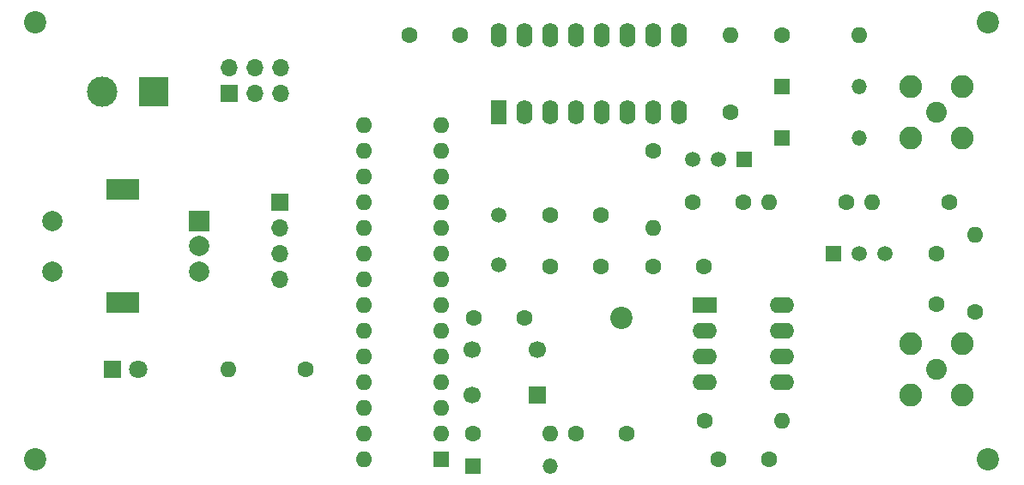
<source format=gbr>
%TF.GenerationSoftware,KiCad,Pcbnew,(6.0.6)*%
%TF.CreationDate,2022-10-04T18:50:56+01:00*%
%TF.ProjectId,VideoTrigger,56696465-6f54-4726-9967-6765722e6b69,rev?*%
%TF.SameCoordinates,Original*%
%TF.FileFunction,Soldermask,Top*%
%TF.FilePolarity,Negative*%
%FSLAX46Y46*%
G04 Gerber Fmt 4.6, Leading zero omitted, Abs format (unit mm)*
G04 Created by KiCad (PCBNEW (6.0.6)) date 2022-10-04 18:50:56*
%MOMM*%
%LPD*%
G01*
G04 APERTURE LIST*
%ADD10C,2.200000*%
%ADD11R,1.500000X1.500000*%
%ADD12C,1.500000*%
%ADD13R,3.000000X3.000000*%
%ADD14C,3.000000*%
%ADD15R,1.600000X1.600000*%
%ADD16O,1.600000X1.600000*%
%ADD17O,1.700000X1.700000*%
%ADD18R,1.700000X1.700000*%
%ADD19C,2.050000*%
%ADD20C,2.250000*%
%ADD21R,1.600000X2.400000*%
%ADD22O,1.600000X2.400000*%
%ADD23R,2.400000X1.600000*%
%ADD24O,2.400000X1.600000*%
%ADD25R,2.000000X2.000000*%
%ADD26C,2.000000*%
%ADD27R,3.200000X2.000000*%
%ADD28C,1.700000*%
%ADD29C,1.600000*%
%ADD30O,1.500000X1.500000*%
%ADD31R,1.800000X1.800000*%
%ADD32C,1.800000*%
G04 APERTURE END LIST*
D10*
%TO.C,REF\u002A\u002A*%
X169545000Y-144780000D03*
%TD*%
%TO.C,REF\u002A\u002A*%
X205740000Y-115570000D03*
%TD*%
%TO.C,REF\u002A\u002A*%
X205740000Y-158750000D03*
%TD*%
%TO.C,REF\u002A\u002A*%
X111760000Y-158750000D03*
%TD*%
%TO.C,REF\u002A\u002A*%
X111760000Y-115570000D03*
%TD*%
D11*
%TO.C,Q2*%
X181620000Y-129090000D03*
D12*
X179080000Y-129090000D03*
X176540000Y-129090000D03*
%TD*%
D11*
%TO.C,Q1*%
X190500000Y-138430000D03*
D12*
X193040000Y-138430000D03*
X195580000Y-138430000D03*
%TD*%
D13*
%TO.C,J3*%
X123444000Y-122428000D03*
D14*
X118364000Y-122428000D03*
%TD*%
D15*
%TO.C,U1*%
X151765000Y-158750000D03*
D16*
X151765000Y-156210000D03*
X151765000Y-153670000D03*
X151765000Y-151130000D03*
X151765000Y-148590000D03*
X151765000Y-146050000D03*
X151765000Y-143510000D03*
X151765000Y-140970000D03*
X151765000Y-138430000D03*
X151765000Y-135890000D03*
X151765000Y-133350000D03*
X151765000Y-130810000D03*
X151765000Y-128270000D03*
X151765000Y-125730000D03*
X144145000Y-125730000D03*
X144145000Y-128270000D03*
X144145000Y-130810000D03*
X144145000Y-133350000D03*
X144145000Y-135890000D03*
X144145000Y-138430000D03*
X144145000Y-140970000D03*
X144145000Y-143510000D03*
X144145000Y-146050000D03*
X144145000Y-148590000D03*
X144145000Y-151130000D03*
X144145000Y-153670000D03*
X144145000Y-156210000D03*
X144145000Y-158750000D03*
%TD*%
D12*
%TO.C,Y1*%
X157480000Y-134620000D03*
X157480000Y-139500000D03*
%TD*%
D17*
%TO.C,U4*%
X135890000Y-140970000D03*
X135890000Y-138430000D03*
X135890000Y-135890000D03*
D18*
X135890000Y-133350000D03*
%TD*%
D19*
%TO.C,J5*%
X200660000Y-124460000D03*
D20*
X203200000Y-127000000D03*
X198120000Y-127000000D03*
X198120000Y-121920000D03*
X203200000Y-121920000D03*
%TD*%
%TO.C,J1*%
X198120000Y-147320000D03*
X198120000Y-152400000D03*
X203200000Y-152400000D03*
X203200000Y-147320000D03*
D19*
X200660000Y-149860000D03*
%TD*%
D21*
%TO.C,U3*%
X157480000Y-124460000D03*
D22*
X160020000Y-124460000D03*
X162560000Y-124460000D03*
X165100000Y-124460000D03*
X167640000Y-124460000D03*
X170180000Y-124460000D03*
X172720000Y-124460000D03*
X175260000Y-124460000D03*
X175260000Y-116840000D03*
X172720000Y-116840000D03*
X170180000Y-116840000D03*
X167640000Y-116840000D03*
X165100000Y-116840000D03*
X162560000Y-116840000D03*
X160020000Y-116840000D03*
X157480000Y-116840000D03*
%TD*%
D23*
%TO.C,U2*%
X177785000Y-143520000D03*
D24*
X177785000Y-146060000D03*
X177785000Y-148600000D03*
X177785000Y-151140000D03*
X185405000Y-151140000D03*
X185405000Y-148600000D03*
X185405000Y-146060000D03*
X185405000Y-143520000D03*
%TD*%
D25*
%TO.C,SW2*%
X127900000Y-135168000D03*
D26*
X127900000Y-140168000D03*
X127900000Y-137668000D03*
D27*
X120400000Y-143268000D03*
X120400000Y-132068000D03*
D26*
X113400000Y-140168000D03*
X113400000Y-135168000D03*
%TD*%
D28*
%TO.C,SW1*%
X154790000Y-152400000D03*
D18*
X161290000Y-152400000D03*
D28*
X154790000Y-147900000D03*
X161290000Y-147900000D03*
%TD*%
D29*
%TO.C,R9*%
X201930000Y-133350000D03*
D16*
X194310000Y-133350000D03*
%TD*%
%TO.C,R8*%
X204470000Y-136525000D03*
D29*
X204470000Y-144145000D03*
%TD*%
%TO.C,R7*%
X185420000Y-116840000D03*
D16*
X193040000Y-116840000D03*
%TD*%
D29*
%TO.C,R6*%
X172720000Y-128270000D03*
D16*
X172720000Y-135890000D03*
%TD*%
D29*
%TO.C,R5*%
X180340000Y-124460000D03*
D16*
X180340000Y-116840000D03*
%TD*%
D29*
%TO.C,R4*%
X154940000Y-156210000D03*
D16*
X162560000Y-156210000D03*
%TD*%
D29*
%TO.C,R3*%
X138430000Y-149860000D03*
D16*
X130810000Y-149860000D03*
%TD*%
D29*
%TO.C,R2*%
X177800000Y-154940000D03*
D16*
X185420000Y-154940000D03*
%TD*%
D29*
%TO.C,R1*%
X191770000Y-133350000D03*
D16*
X184150000Y-133350000D03*
%TD*%
D18*
%TO.C,J2*%
X130825000Y-122560000D03*
D17*
X130825000Y-120020000D03*
X133365000Y-122560000D03*
X133365000Y-120020000D03*
X135905000Y-122560000D03*
X135905000Y-120020000D03*
%TD*%
D11*
%TO.C,D4*%
X185420000Y-127000000D03*
D30*
X193040000Y-127000000D03*
%TD*%
D11*
%TO.C,D3*%
X185420000Y-121920000D03*
D30*
X193040000Y-121920000D03*
%TD*%
D11*
%TO.C,D2*%
X154940000Y-159385000D03*
D30*
X162560000Y-159385000D03*
%TD*%
D31*
%TO.C,D1*%
X119380000Y-149860000D03*
D32*
X121920000Y-149860000D03*
%TD*%
D29*
%TO.C,C9*%
X200660000Y-138430000D03*
X200660000Y-143430000D03*
%TD*%
%TO.C,C8*%
X153630000Y-116840000D03*
X148630000Y-116840000D03*
%TD*%
%TO.C,C7*%
X165100000Y-156210000D03*
X170100000Y-156210000D03*
%TD*%
%TO.C,C6*%
X167560000Y-134620000D03*
X162560000Y-134620000D03*
%TD*%
%TO.C,C5*%
X167560000Y-139700000D03*
X162560000Y-139700000D03*
%TD*%
%TO.C,C4*%
X184150000Y-158750000D03*
X179150000Y-158750000D03*
%TD*%
%TO.C,C3*%
X177720000Y-139700000D03*
X172720000Y-139700000D03*
%TD*%
%TO.C,C2*%
X181610000Y-133350000D03*
X176610000Y-133350000D03*
%TD*%
%TO.C,C1*%
X155020000Y-144780000D03*
X160020000Y-144780000D03*
%TD*%
M02*

</source>
